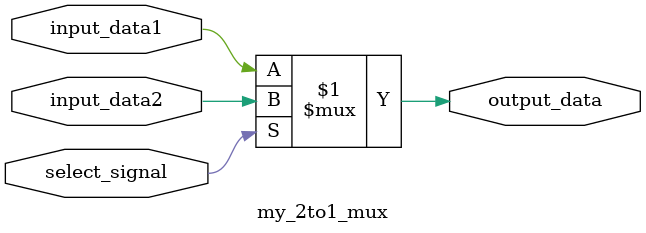
<source format=v>
module my_2to1_mux(input_data1, input_data2, output_data, select_signal);
   
    input input_data1;
    input input_data2;
    
    input select_signal;
    
    output output_data;
    
    assign output_data = select_signal ? input_data2 : input_data1;
    
endmodule
</source>
